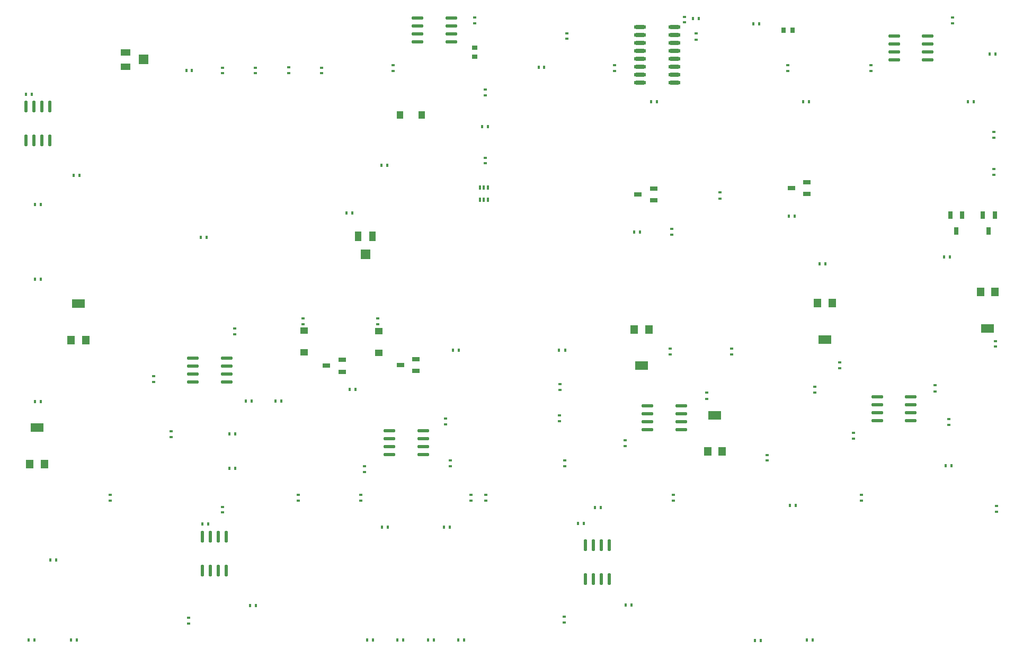
<source format=gbr>
%TF.GenerationSoftware,KiCad,Pcbnew,7.0.6+dfsg-1*%
%TF.CreationDate,2023-07-24T09:36:45-07:00*%
%TF.ProjectId,VCO,56434f2e-6b69-4636-9164-5f7063625858,rev?*%
%TF.SameCoordinates,Original*%
%TF.FileFunction,Paste,Top*%
%TF.FilePolarity,Positive*%
%FSLAX46Y46*%
G04 Gerber Fmt 4.6, Leading zero omitted, Abs format (unit mm)*
G04 Created by KiCad (PCBNEW 7.0.6+dfsg-1) date 2023-07-24 09:36:45*
%MOMM*%
%LPD*%
G01*
G04 APERTURE LIST*
%ADD10R,0.600000X0.380278*%
%ADD11R,0.600000X0.367778*%
%ADD12R,0.380278X0.600000*%
%ADD13R,0.600000X0.417778*%
%ADD14R,0.417778X0.600000*%
%ADD15R,0.700000X1.250000*%
%ADD16R,0.900000X0.800000*%
%ADD17R,1.250000X0.700000*%
%ADD18O,1.950000X0.568000*%
%ADD19R,1.100000X1.600000*%
%ADD20R,1.600000X1.600000*%
%ADD21R,1.100000X1.200000*%
%ADD22R,0.367778X0.600000*%
%ADD23R,1.300000X1.400000*%
%ADD24R,2.000000X1.400000*%
%ADD25R,1.200000X1.100000*%
%ADD26O,1.971000X0.602000*%
%ADD27O,0.568000X1.950000*%
%ADD28R,1.600000X1.100000*%
%ADD29R,0.350000X0.780000*%
%ADD30R,0.800000X0.900000*%
G04 APERTURE END LIST*
D10*
%TO.C,R304*%
X214800000Y-101059861D03*
X214800000Y-100140139D03*
%TD*%
D11*
%TO.C,R204*%
X91200000Y-57353611D03*
X91200000Y-56446389D03*
%TD*%
D12*
%TO.C,R518*%
X62159861Y-90240000D03*
X61240139Y-90240000D03*
%TD*%
D13*
%TO.C,C102*%
X118500000Y-56978611D03*
X118500000Y-56021389D03*
%TD*%
D12*
%TO.C,R614*%
X126640139Y-129900000D03*
X127559861Y-129900000D03*
%TD*%
D14*
%TO.C,C113*%
X59821389Y-60700000D03*
X60778611Y-60700000D03*
%TD*%
D15*
%TO.C,Q302*%
X212750000Y-80050500D03*
X214650000Y-80050500D03*
X213700000Y-82549500D03*
%TD*%
D12*
%TO.C,R218*%
X160659861Y-61900000D03*
X159740139Y-61900000D03*
%TD*%
D10*
%TO.C,R201*%
X133200000Y-70840139D03*
X133200000Y-71759861D03*
%TD*%
D16*
%TO.C,C202*%
X131503000Y-54692500D03*
X131503000Y-53292500D03*
%TD*%
D12*
%TO.C,R307*%
X211259861Y-61900000D03*
X210340139Y-61900000D03*
%TD*%
D17*
%TO.C,Q502*%
X110349500Y-103150000D03*
X110349500Y-105050000D03*
X107850500Y-104100000D03*
%TD*%
D12*
%TO.C,R513*%
X100659861Y-109700000D03*
X99740139Y-109700000D03*
%TD*%
%TO.C,R603*%
X124993193Y-147900000D03*
X124073471Y-147900000D03*
%TD*%
D10*
%TO.C,R521*%
X103300000Y-124740139D03*
X103300000Y-125659861D03*
%TD*%
D18*
%TO.C,U5*%
X91896179Y-106674409D03*
X91896179Y-105404409D03*
X91896179Y-104134409D03*
X91896179Y-102864409D03*
X86485179Y-102864409D03*
X86485179Y-104134409D03*
X86485179Y-105404409D03*
X86485179Y-106674409D03*
%TD*%
D14*
%TO.C,C117*%
X148021389Y-129300000D03*
X148978611Y-129300000D03*
%TD*%
D12*
%TO.C,R402*%
X207759861Y-120050000D03*
X206840139Y-120050000D03*
%TD*%
D10*
%TO.C,R520*%
X73300000Y-124740139D03*
X73300000Y-125659861D03*
%TD*%
D12*
%TO.C,R514*%
X95859861Y-109700000D03*
X94940139Y-109700000D03*
%TD*%
D13*
%TO.C,C112*%
X93200000Y-98121389D03*
X93200000Y-99078611D03*
%TD*%
D10*
%TO.C,R612*%
X91200000Y-126640139D03*
X91200000Y-127559861D03*
%TD*%
D12*
%TO.C,R1*%
X167360132Y-48574371D03*
X166440410Y-48574371D03*
%TD*%
D11*
%TO.C,R210*%
X146300000Y-50946389D03*
X146300000Y-51853611D03*
%TD*%
D10*
%TO.C,R207*%
X101800000Y-57359861D03*
X101800000Y-56440139D03*
%TD*%
D13*
%TO.C,C103*%
X207900000Y-48421389D03*
X207900000Y-49378611D03*
%TD*%
D19*
%TO.C,RV206*%
X112900000Y-83400000D03*
D20*
X114050000Y-86300000D03*
D19*
X115200000Y-83400000D03*
%TD*%
D10*
%TO.C,R308*%
X163300000Y-124740139D03*
X163300000Y-125659861D03*
%TD*%
D12*
%TO.C,R214*%
X111040139Y-79720000D03*
X111959861Y-79720000D03*
%TD*%
D21*
%TO.C,D201*%
X119563500Y-64000500D03*
X123033500Y-64000500D03*
%TD*%
D13*
%TO.C,C108*%
X168600000Y-108421389D03*
X168600000Y-109378611D03*
%TD*%
D22*
%TO.C,R222*%
X184046389Y-61900000D03*
X184953611Y-61900000D03*
%TD*%
D10*
%TO.C,R510*%
X113300000Y-124740139D03*
X113300000Y-125659861D03*
%TD*%
D18*
%TO.C,U6*%
X123319436Y-118265538D03*
X123319436Y-116995538D03*
X123319436Y-115725538D03*
X123319436Y-114455538D03*
X117908436Y-114455538D03*
X117908436Y-115725538D03*
X117908436Y-116995538D03*
X117908436Y-118265538D03*
%TD*%
D12*
%TO.C,R219*%
X157959861Y-82700000D03*
X157040139Y-82700000D03*
%TD*%
D14*
%TO.C,C118*%
X156578611Y-142300000D03*
X155621389Y-142300000D03*
%TD*%
D17*
%TO.C,Q203*%
X160149500Y-75750000D03*
X160149500Y-77650000D03*
X157650500Y-76700000D03*
%TD*%
D12*
%TO.C,R221*%
X182659861Y-80180000D03*
X181740139Y-80180000D03*
%TD*%
D23*
%TO.C,RV403*%
X171050000Y-117800000D03*
D24*
X169900000Y-112000000D03*
D23*
X168750000Y-117800000D03*
%TD*%
D10*
%TO.C,R407*%
X133300000Y-125659861D03*
X133300000Y-124740139D03*
%TD*%
D12*
%TO.C,R604*%
X129859861Y-147900000D03*
X128940139Y-147900000D03*
%TD*%
D11*
%TO.C,R504*%
X116000000Y-96546389D03*
X116000000Y-97453611D03*
%TD*%
%TO.C,R511*%
X104100000Y-96546389D03*
X104100000Y-97453611D03*
%TD*%
D18*
%TO.C,U8*%
X201253578Y-112904366D03*
X201253578Y-111634366D03*
X201253578Y-110364366D03*
X201253578Y-109094366D03*
X195842578Y-109094366D03*
X195842578Y-110364366D03*
X195842578Y-111634366D03*
X195842578Y-112904366D03*
%TD*%
D11*
%TO.C,R205*%
X96500000Y-57353611D03*
X96500000Y-56446389D03*
%TD*%
D12*
%TO.C,R517*%
X61240139Y-109800000D03*
X62159861Y-109800000D03*
%TD*%
%TO.C,R615*%
X117659861Y-129900000D03*
X116740139Y-129900000D03*
%TD*%
%TO.C,R610*%
X150740139Y-126800000D03*
X151659861Y-126800000D03*
%TD*%
D22*
%TO.C,R203*%
X85446389Y-56900000D03*
X86353611Y-56900000D03*
%TD*%
D13*
%TO.C,C207*%
X170700000Y-77378611D03*
X170700000Y-76421389D03*
%TD*%
D10*
%TO.C,R220*%
X163000000Y-83159861D03*
X163000000Y-82240139D03*
%TD*%
D12*
%TO.C,R519*%
X61240139Y-78300000D03*
X62159861Y-78300000D03*
%TD*%
%TO.C,R301*%
X186640139Y-87800000D03*
X187559861Y-87800000D03*
%TD*%
D10*
%TO.C,R208*%
X133200000Y-60859861D03*
X133200000Y-59940139D03*
%TD*%
D12*
%TO.C,R306*%
X214759861Y-54300000D03*
X213840139Y-54300000D03*
%TD*%
D25*
%TO.C,D501*%
X116199500Y-98563500D03*
X116199500Y-102033500D03*
%TD*%
D17*
%TO.C,Q204*%
X184649500Y-74750000D03*
X184649500Y-76650000D03*
X182150500Y-75700000D03*
%TD*%
D14*
%TO.C,C115*%
X88021389Y-129400000D03*
X88978611Y-129400000D03*
%TD*%
%TO.C,C201*%
X88678611Y-83600000D03*
X87721389Y-83600000D03*
%TD*%
D26*
%TO.C,U1*%
X157990491Y-49950638D03*
X157990491Y-51220638D03*
X157990491Y-52490638D03*
X157990491Y-53760638D03*
X157990491Y-55030638D03*
X157990491Y-56300638D03*
X157990491Y-57570638D03*
X157990491Y-58840638D03*
X163461491Y-58840638D03*
X163461491Y-57570638D03*
X163461491Y-56300638D03*
X163461491Y-55030638D03*
X163461491Y-53760638D03*
X163461491Y-52490638D03*
X163461491Y-51220638D03*
X163461491Y-49950638D03*
%TD*%
D11*
%TO.C,R406*%
X178280000Y-118346389D03*
X178280000Y-119253611D03*
%TD*%
D12*
%TO.C,R506*%
X112459861Y-107900000D03*
X111540139Y-107900000D03*
%TD*%
D23*
%TO.C,RV502*%
X69350000Y-100000000D03*
D24*
X68200000Y-94200000D03*
D23*
X67050000Y-100000000D03*
%TD*%
D10*
%TO.C,R502*%
X145100000Y-112040139D03*
X145100000Y-112959861D03*
%TD*%
D13*
%TO.C,C104*%
X194900000Y-56978611D03*
X194900000Y-56021389D03*
%TD*%
%TO.C,C106*%
X205100000Y-107221389D03*
X205100000Y-108178611D03*
%TD*%
%TO.C,C105*%
X192100000Y-115778611D03*
X192100000Y-114821389D03*
%TD*%
D12*
%TO.C,R202*%
X132740139Y-65850000D03*
X133659861Y-65850000D03*
%TD*%
D10*
%TO.C,R505*%
X172600000Y-101340139D03*
X172600000Y-102259861D03*
%TD*%
D13*
%TO.C,C206*%
X181600000Y-56021389D03*
X181600000Y-56978611D03*
%TD*%
D11*
%TO.C,R507*%
X127600000Y-119246389D03*
X127600000Y-120153611D03*
%TD*%
D10*
%TO.C,R609*%
X145800000Y-144240139D03*
X145800000Y-145159861D03*
%TD*%
D14*
%TO.C,C114*%
X68378611Y-73700000D03*
X67421389Y-73700000D03*
%TD*%
D13*
%TO.C,C109*%
X113900000Y-121078611D03*
X113900000Y-120121389D03*
%TD*%
D10*
%TO.C,R401*%
X207300000Y-112640139D03*
X207300000Y-113559861D03*
%TD*%
D12*
%TO.C,R602*%
X184640139Y-147900000D03*
X185559861Y-147900000D03*
%TD*%
%TO.C,R601*%
X177259861Y-148000000D03*
X176340139Y-148000000D03*
%TD*%
%TO.C,R516*%
X93259861Y-115000000D03*
X92340139Y-115000000D03*
%TD*%
D18*
%TO.C,U9*%
X198553596Y-51364088D03*
X198553596Y-52634088D03*
X198553596Y-53904088D03*
X198553596Y-55174088D03*
X203964596Y-55174088D03*
X203964596Y-53904088D03*
X203964596Y-52634088D03*
X203964596Y-51364088D03*
%TD*%
D10*
%TO.C,R503*%
X162800000Y-101340139D03*
X162800000Y-102259861D03*
%TD*%
D13*
%TO.C,C203*%
X166900000Y-51021389D03*
X166900000Y-51978611D03*
%TD*%
D10*
%TO.C,R302*%
X214500000Y-73559861D03*
X214500000Y-72640139D03*
%TD*%
%TO.C,R509*%
X130920000Y-124740139D03*
X130920000Y-125659861D03*
%TD*%
D12*
%TO.C,R508*%
X93259861Y-120500000D03*
X92340139Y-120500000D03*
%TD*%
D25*
%TO.C,D502*%
X104299500Y-98463500D03*
X104299500Y-101933500D03*
%TD*%
D10*
%TO.C,R515*%
X83000000Y-114540139D03*
X83000000Y-115459861D03*
%TD*%
%TO.C,R405*%
X189900000Y-103540139D03*
X189900000Y-104459861D03*
%TD*%
D23*
%TO.C,RV301*%
X186350000Y-94100000D03*
D24*
X187500000Y-99900000D03*
D23*
X188650000Y-94100000D03*
%TD*%
D22*
%TO.C,R215*%
X117553611Y-72100000D03*
X116646389Y-72100000D03*
%TD*%
D14*
%TO.C,C116*%
X96578611Y-142400000D03*
X95621389Y-142400000D03*
%TD*%
D18*
%TO.C,U10*%
X122358387Y-48509985D03*
X122358387Y-49779985D03*
X122358387Y-51049985D03*
X122358387Y-52319985D03*
X127769387Y-52319985D03*
X127769387Y-51049985D03*
X127769387Y-49779985D03*
X127769387Y-48509985D03*
%TD*%
D10*
%TO.C,R2*%
X165071324Y-49236481D03*
X165071324Y-48316759D03*
%TD*%
D11*
%TO.C,R512*%
X145900000Y-119246389D03*
X145900000Y-120153611D03*
%TD*%
D12*
%TO.C,R217*%
X176959861Y-49500000D03*
X176040139Y-49500000D03*
%TD*%
%TO.C,R605*%
X114340139Y-147900000D03*
X115259861Y-147900000D03*
%TD*%
%TO.C,R303*%
X206540139Y-86700000D03*
X207459861Y-86700000D03*
%TD*%
D23*
%TO.C,RV501*%
X157050000Y-98300000D03*
D24*
X158200000Y-104100000D03*
D23*
X159350000Y-98300000D03*
%TD*%
D15*
%TO.C,Q301*%
X207550000Y-80050500D03*
X209450000Y-80050500D03*
X208500000Y-82549500D03*
%TD*%
D13*
%TO.C,C107*%
X155600000Y-116978611D03*
X155600000Y-116021389D03*
%TD*%
D23*
%TO.C,RV302*%
X212350000Y-92300000D03*
D24*
X213500000Y-98100000D03*
D23*
X214650000Y-92300000D03*
%TD*%
D10*
%TO.C,R403*%
X214920000Y-126540139D03*
X214920000Y-127459861D03*
%TD*%
D13*
%TO.C,C111*%
X80200000Y-106678611D03*
X80200000Y-105721389D03*
%TD*%
D18*
%TO.C,U7*%
X164544161Y-114299947D03*
X164544161Y-113029947D03*
X164544161Y-111759947D03*
X164544161Y-110489947D03*
X159133161Y-110489947D03*
X159133161Y-111759947D03*
X159133161Y-113029947D03*
X159133161Y-114299947D03*
%TD*%
D12*
%TO.C,R607*%
X61159861Y-147900000D03*
X60240139Y-147900000D03*
%TD*%
D27*
%TO.C,U3*%
X149186631Y-138156016D03*
X150456631Y-138156016D03*
X151726631Y-138156016D03*
X152996631Y-138156016D03*
X152996631Y-132745016D03*
X151726631Y-132745016D03*
X150456631Y-132745016D03*
X149186631Y-132745016D03*
%TD*%
D12*
%TO.C,R606*%
X119206805Y-147900000D03*
X120126527Y-147900000D03*
%TD*%
D11*
%TO.C,R206*%
X107100000Y-57353611D03*
X107100000Y-56446389D03*
%TD*%
D27*
%TO.C,U2*%
X88027572Y-136816323D03*
X89297572Y-136816323D03*
X90567572Y-136816323D03*
X91837572Y-136816323D03*
X91837572Y-131405323D03*
X90567572Y-131405323D03*
X89297572Y-131405323D03*
X88027572Y-131405323D03*
%TD*%
D14*
%TO.C,C119*%
X128021389Y-101600000D03*
X128978611Y-101600000D03*
%TD*%
D10*
%TO.C,R611*%
X85800000Y-144340139D03*
X85800000Y-145259861D03*
%TD*%
D28*
%TO.C,RV205*%
X75700000Y-56300000D03*
D20*
X78600000Y-55150000D03*
D28*
X75700000Y-54000000D03*
%TD*%
D14*
%TO.C,C120*%
X145021389Y-101600000D03*
X145978611Y-101600000D03*
%TD*%
D12*
%TO.C,R616*%
X63740139Y-135100000D03*
X64659861Y-135100000D03*
%TD*%
%TO.C,R211*%
X141740139Y-56400000D03*
X142659861Y-56400000D03*
%TD*%
%TO.C,R608*%
X67959861Y-147900000D03*
X67040139Y-147900000D03*
%TD*%
D10*
%TO.C,R501*%
X145200000Y-107040139D03*
X145200000Y-107959861D03*
%TD*%
%TO.C,R216*%
X193300000Y-124740139D03*
X193300000Y-125659861D03*
%TD*%
D12*
%TO.C,R613*%
X182859861Y-126400000D03*
X181940139Y-126400000D03*
%TD*%
D17*
%TO.C,Q501*%
X122149500Y-103050000D03*
X122149500Y-104950000D03*
X119650500Y-104000000D03*
%TD*%
D27*
%TO.C,U4*%
X59849547Y-68115629D03*
X61119547Y-68115629D03*
X62389547Y-68115629D03*
X63659547Y-68115629D03*
X63659547Y-62704629D03*
X62389547Y-62704629D03*
X61119547Y-62704629D03*
X59849547Y-62704629D03*
%TD*%
D23*
%TO.C,RV601*%
X62750000Y-119800000D03*
D24*
X61600000Y-114000000D03*
D23*
X60450000Y-119800000D03*
%TD*%
D13*
%TO.C,C204*%
X153900000Y-56978611D03*
X153900000Y-56021389D03*
%TD*%
D29*
%TO.C,Q1*%
X133662406Y-75580659D03*
X133012406Y-75580659D03*
X132362406Y-75580659D03*
X132362406Y-77560659D03*
X133012406Y-77560659D03*
X133662406Y-77560659D03*
%TD*%
D13*
%TO.C,C101*%
X131500000Y-48421389D03*
X131500000Y-49378611D03*
%TD*%
D30*
%TO.C,C205*%
X182292500Y-50497000D03*
X180892500Y-50497000D03*
%TD*%
D13*
%TO.C,C110*%
X126900000Y-112521389D03*
X126900000Y-113478611D03*
%TD*%
D11*
%TO.C,R404*%
X185900000Y-108353611D03*
X185900000Y-107446389D03*
%TD*%
D10*
%TO.C,R305*%
X214500000Y-67659861D03*
X214500000Y-66740139D03*
%TD*%
M02*

</source>
